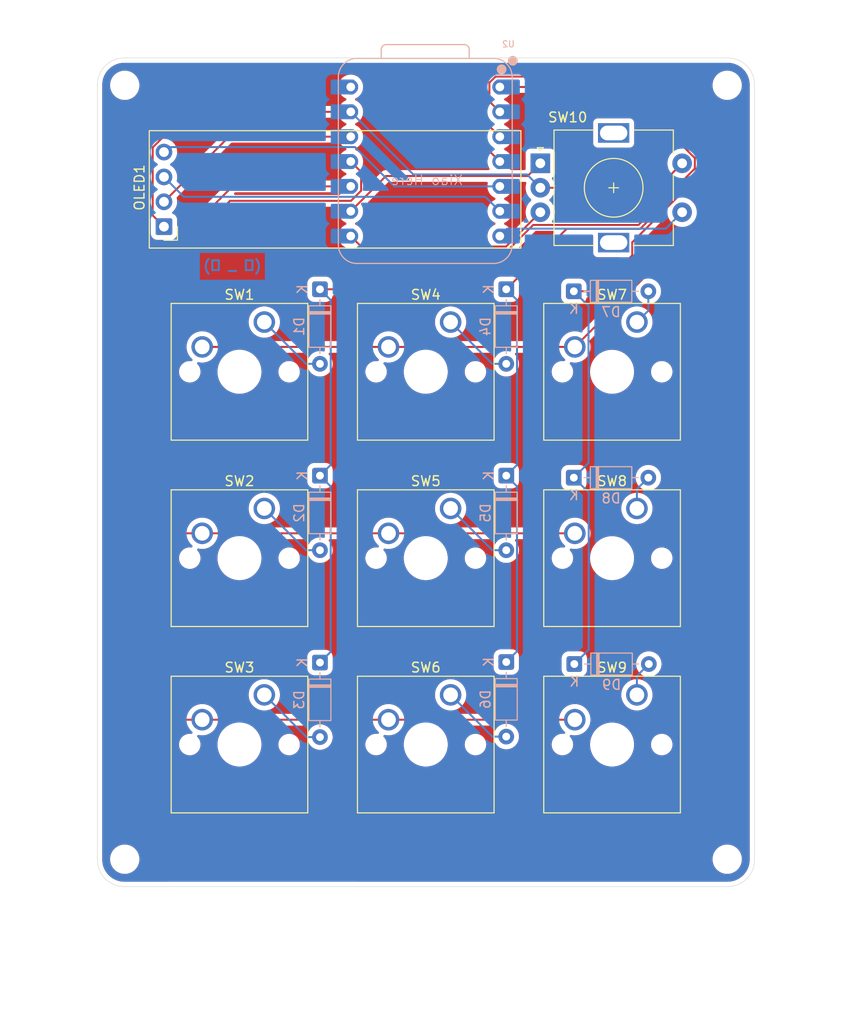
<source format=kicad_pcb>
(kicad_pcb (version 20241229) (generator "pcbnew") (generator_version "9.0")
  (layers (0 "F.Cu" signal) (2 "B.Cu" signal) (13 "F.Paste" user) (15 "B.Paste" user) (5 "F.SilkS" user "F.Silkscreen") (7 "B.SilkS" user "B.Silkscreen") (1 "F.Mask" user) (3 "B.Mask" user) (25 "Edge.Cuts" user))
  (net 0 "")
  (net 1 "GND")
  (net 2 "Net-(D1-A)")
  (net 3 "Net-(D1-K)")
  (net 4 "Net-(D2-A)")
  (net 5 "Net-(D4-A)")
  (net 6 "Net-(D3-A)")
  (net 7 "Net-(D4-K)")
  (net 8 "Net-(D8-A)")
  (net 9 "Net-(OLED1-VCC)")
  (net 10 "Net-(D7-K)")
  (net 11 "Net-(D6-A)")
  (net 12 "Net-(D9-A)")
  (net 13 "Net-(D5-A)")
  (net 14 "Net-(OLED1-SDA)")
  (net 15 "Net-(D7-A)")
  (net 16 "+5V")
  (net 17 "Net-(OLED1-SCL)")
  (net 18 "Net-(U2-GPIO29{slash}ADC3{slash}A3)")
  (net 19 "Net-(U2-GPIO3{slash}MOSI)")
  (net 20 "Net-(U2-GPIO4{slash}MISO)")
  (net 21 "Net-(U2-GPIO0{slash}TX)")
  (net 22 "Net-(U2-GPIO2{slash}SCK)")
  (net 23 "Net-(U2-GPIO1{slash}RX)")
  (footprint "MountingHole:MountingHole_2.5mm" (layer "F.Cu") (at 91.09 105.09)
    (property "Reference" "REF**" (hide yes))
    (property "Value" "MountingHole_2.5mm")
    (pad "" np_thru_hole circle (at 0 0) (size 2.5 2.5) (drill 2.5) (layers "*.Cu" "*.Mask"))
  )
  (footprint "hack:OLED_0.91_128x32" (layer "F.Cu") (at 95.0976 40.4368 90)
    (property "Reference" "OLED1" (at 4 -2.5 90) (layer "F.SilkS"))
    (property "Value" "~")
    (fp_line (start -1.38 0) (end -1.38 1.38) (stroke (width 0.12)) (layer "F.SilkS"))
    (fp_line (start 0 1.38) (end -1.38 1.38) (stroke (width 0.12)) (layer "F.SilkS"))
    (fp_rect (start -2.19 -1.5) (end 9.81 36.5) (stroke (width 0.12)) (fill no) (layer "F.SilkS"))
    (pad "1" thru_hole roundrect (at 0 0 90) (size 1.7 1.7) (drill 1) (layers "*.Cu" "*.Mask") (roundrect_rratio 0.1) (net 1 "GND"))
    (pad "2" thru_hole circle (at 2.54 0 90) (size 1.7 1.7) (drill 1) (layers "*.Cu" "*.Mask") (net 9 "Net-(OLED1-VCC)"))
    (pad "3" thru_hole circle (at 5.08 0 90) (size 1.7 1.7) (drill 1) (layers "*.Cu" "*.Mask") (net 17 "Net-(OLED1-SCL)"))
    (pad "4" thru_hole circle (at 7.62 0 90) (size 1.7 1.7) (drill 1) (layers "*.Cu" "*.Mask") (net 14 "Net-(OLED1-SDA)"))
  )
  (footprint "Rotary_Encoder:RotaryEncoder_Alps_EC11E-Switch_Vertical_H20mm" (layer "F.Cu") (at 133.582 33.9636)
    (property "Reference" "SW10" (at 2.8 -4.7 0) (layer "F.SilkS"))
    (property "Value" "RotaryEncoder_Switch")
    (fp_line (start -0.3 -1.6) (end 0.3 -1.6) (stroke (width 0.12)) (layer "F.SilkS"))
    (fp_line (start 0 -1.3) (end -0.3 -1.6) (stroke (width 0.12)) (layer "F.SilkS"))
    (fp_line (start 0.3 -1.6) (end 0 -1.3) (stroke (width 0.12)) (layer "F.SilkS"))
    (fp_line (start 1.4 -3.4) (end 1.4 8.4) (stroke (width 0.12)) (layer "F.SilkS"))
    (fp_line (start 5.5 -3.4) (end 1.4 -3.4) (stroke (width 0.12)) (layer "F.SilkS"))
    (fp_line (start 5.5 8.4) (end 1.4 8.4) (stroke (width 0.12)) (layer "F.SilkS"))
    (fp_line (start 7 2.5) (end 8 2.5) (stroke (width 0.12)) (layer "F.SilkS"))
    (fp_line (start 7.5 2) (end 7.5 3) (stroke (width 0.12)) (layer "F.SilkS"))
    (fp_line (start 9.5 -3.4) (end 13.6 -3.4) (stroke (width 0.12)) (layer "F.SilkS"))
    (fp_line (start 13.6 -3.4) (end 13.6 -1) (stroke (width 0.12)) (layer "F.SilkS"))
    (fp_line (start 13.6 1.2) (end 13.6 3.8) (stroke (width 0.12)) (layer "F.SilkS"))
    (fp_line (start 13.6 6) (end 13.6 8.4) (stroke (width 0.12)) (layer "F.SilkS"))
    (fp_line (start 13.6 8.4) (end 9.5 8.4) (stroke (width 0.12)) (layer "F.SilkS"))
    (fp_circle (center 7.5 2.5) (end 10.5 2.5) (stroke (width 0.12)) (fill no) (layer "F.SilkS"))
    (pad "A" thru_hole rect (at 0 0) (size 2 2) (drill 1) (layers "*.Cu" "*.Mask") (net 22 "Net-(U2-GPIO2{slash}SCK)"))
    (pad "B" thru_hole circle (at 0 5) (size 2 2) (drill 1) (layers "*.Cu" "*.Mask") (net 23 "Net-(U2-GPIO1{slash}RX)"))
    (pad "C" thru_hole circle (at 0 2.5) (size 2 2) (drill 1) (layers "*.Cu" "*.Mask") (net 1 "GND"))
    (pad "MP" thru_hole rect (at 7.5 -3.1) (size 3.2 2) (drill oval 2.8 1.5) (layers "*.Cu" "*.Mask"))
    (pad "MP" thru_hole rect (at 7.5 8.1) (size 3.2 2) (drill oval 2.8 1.5) (layers "*.Cu" "*.Mask"))
    (pad "S1" thru_hole circle (at 14.5 5) (size 2 2) (drill 1) (layers "*.Cu" "*.Mask") (net 21 "Net-(U2-GPIO0{slash}TX)"))
    (pad "S2" thru_hole circle (at 14.5 0) (size 2 2) (drill 1) (layers "*.Cu" "*.Mask") (net 1 "GND"))
  )
  (footprint "MountingHole:MountingHole_2.5mm" (layer "F.Cu") (at 152.69 25.99)
    (property "Reference" "REF**" (hide yes))
    (property "Value" "MountingHole_2.5mm")
    (pad "" np_thru_hole circle (at 0 0) (size 2.5 2.5) (drill 2.5) (layers "*.Cu" "*.Mask"))
  )
  (footprint "Button_Switch_Keyboard:SW_Cherry_MX_1.00u_PCB" (layer "F.Cu") (at 105.3592 50.1904)
    (property "Reference" "SW1" (at -2.54 -2.794 0) (layer "F.SilkS"))
    (property "Value" "SW_Push")
    (fp_line (start -9.525 -1.905) (end 4.445 -1.905) (stroke (width 0.12)) (layer "F.SilkS"))
    (fp_line (start -9.525 12.065) (end -9.525 -1.905) (stroke (width 0.12)) (layer "F.SilkS"))
    (fp_line (start 4.445 -1.905) (end 4.445 12.065) (stroke (width 0.12)) (layer "F.SilkS"))
    (fp_line (start 4.445 12.065) (end -9.525 12.065) (stroke (width 0.12)) (layer "F.SilkS"))
    (pad "" np_thru_hole circle (at -7.62 5.08) (size 1.7 1.7) (drill 1.7) (layers "*.Cu" "*.Mask"))
    (pad "" np_thru_hole circle (at -2.54 5.08) (size 4 4) (drill 4) (layers "*.Cu" "*.Mask"))
    (pad "" np_thru_hole circle (at 2.54 5.08) (size 1.7 1.7) (drill 1.7) (layers "*.Cu" "*.Mask"))
    (pad "1" thru_hole circle (at 0 0) (size 2.2 2.2) (drill 1.5) (layers "*.Cu" "*.Mask") (net 2 "Net-(D1-A)"))
    (pad "2" thru_hole circle (at -6.35 2.54) (size 2.2 2.2) (drill 1.5) (layers "*.Cu" "*.Mask") (net 18 "Net-(U2-GPIO29{slash}ADC3{slash}A3)"))
  )
  (footprint "Button_Switch_Keyboard:SW_Cherry_MX_1.00u_PCB" (layer "F.Cu") (at 143.4592 50.1904)
    (property "Reference" "SW7" (at -2.54 -2.794 0) (layer "F.SilkS"))
    (property "Value" "SW_Push")
    (fp_line (start -9.525 -1.905) (end 4.445 -1.905) (stroke (width 0.12)) (layer "F.SilkS"))
    (fp_line (start -9.525 12.065) (end -9.525 -1.905) (stroke (width 0.12)) (layer "F.SilkS"))
    (fp_line (start 4.445 -1.905) (end 4.445 12.065) (stroke (width 0.12)) (layer "F.SilkS"))
    (fp_line (start 4.445 12.065) (end -9.525 12.065) (stroke (width 0.12)) (layer "F.SilkS"))
    (pad "" np_thru_hole circle (at -7.62 5.08) (size 1.7 1.7) (drill 1.7) (layers "*.Cu" "*.Mask"))
    (pad "" np_thru_hole circle (at -2.54 5.08) (size 4 4) (drill 4) (layers "*.Cu" "*.Mask"))
    (pad "" np_thru_hole circle (at 2.54 5.08) (size 1.7 1.7) (drill 1.7) (layers "*.Cu" "*.Mask"))
    (pad "1" thru_hole circle (at 0 0) (size 2.2 2.2) (drill 1.5) (layers "*.Cu" "*.Mask") (net 15 "Net-(D7-A)"))
    (pad "2" thru_hole circle (at -6.35 2.54) (size 2.2 2.2) (drill 1.5) (layers "*.Cu" "*.Mask") (net 18 "Net-(U2-GPIO29{slash}ADC3{slash}A3)"))
  )
  (footprint "MountingHole:MountingHole_2.5mm" (layer "F.Cu") (at 91.09 25.99)
    (property "Reference" "REF**" (hide yes))
    (property "Value" "MountingHole_2.5mm")
    (pad "" np_thru_hole circle (at 0 0) (size 2.5 2.5) (drill 2.5) (layers "*.Cu" "*.Mask"))
  )
  (footprint "Button_Switch_Keyboard:SW_Cherry_MX_1.00u_PCB" (layer "F.Cu") (at 124.4092 69.2404)
    (property "Reference" "SW5" (at -2.54 -2.794 0) (layer "F.SilkS"))
    (property "Value" "SW_Push")
    (fp_line (start -9.525 -1.905) (end 4.445 -1.905) (stroke (width 0.12)) (layer "F.SilkS"))
    (fp_line (start -9.525 12.065) (end -9.525 -1.905) (stroke (width 0.12)) (layer "F.SilkS"))
    (fp_line (start 4.445 -1.905) (end 4.445 12.065) (stroke (width 0.12)) (layer "F.SilkS"))
    (fp_line (start 4.445 12.065) (end -9.525 12.065) (stroke (width 0.12)) (layer "F.SilkS"))
    (pad "" np_thru_hole circle (at -7.62 5.08) (size 1.7 1.7) (drill 1.7) (layers "*.Cu" "*.Mask"))
    (pad "" np_thru_hole circle (at -2.54 5.08) (size 4 4) (drill 4) (layers "*.Cu" "*.Mask"))
    (pad "" np_thru_hole circle (at 2.54 5.08) (size 1.7 1.7) (drill 1.7) (layers "*.Cu" "*.Mask"))
    (pad "1" thru_hole circle (at 0 0) (size 2.2 2.2) (drill 1.5) (layers "*.Cu" "*.Mask") (net 13 "Net-(D5-A)"))
    (pad "2" thru_hole circle (at -6.35 2.54) (size 2.2 2.2) (drill 1.5) (layers "*.Cu" "*.Mask") (net 19 "Net-(U2-GPIO3{slash}MOSI)"))
  )
  (footprint "MountingHole:MountingHole_2.5mm" (layer "F.Cu") (at 152.69 105.09)
    (property "Reference" "REF**" (hide yes))
    (property "Value" "MountingHole_2.5mm")
    (pad "" np_thru_hole circle (at 0 0) (size 2.5 2.5) (drill 2.5) (layers "*.Cu" "*.Mask"))
  )
  (footprint "Button_Switch_Keyboard:SW_Cherry_MX_1.00u_PCB" (layer "F.Cu") (at 124.4092 50.1904)
    (property "Reference" "SW4" (at -2.54 -2.794 0) (layer "F.SilkS"))
    (property "Value" "SW_Push")
    (fp_line (start -9.525 -1.905) (end 4.445 -1.905) (stroke (width 0.12)) (layer "F.SilkS"))
    (fp_line (start -9.525 12.065) (end -9.525 -1.905) (stroke (width 0.12)) (layer "F.SilkS"))
    (fp_line (start 4.445 -1.905) (end 4.445 12.065) (stroke (width 0.12)) (layer "F.SilkS"))
    (fp_line (start 4.445 12.065) (end -9.525 12.065) (stroke (width 0.12)) (layer "F.SilkS"))
    (pad "" np_thru_hole circle (at -7.62 5.08) (size 1.7 1.7) (drill 1.7) (layers "*.Cu" "*.Mask"))
    (pad "" np_thru_hole circle (at -2.54 5.08) (size 4 4) (drill 4) (layers "*.Cu" "*.Mask"))
    (pad "" np_thru_hole circle (at 2.54 5.08) (size 1.7 1.7) (drill 1.7) (layers "*.Cu" "*.Mask"))
    (pad "1" thru_hole circle (at 0 0) (size 2.2 2.2) (drill 1.5) (layers "*.Cu" "*.Mask") (net 5 "Net-(D4-A)"))
    (pad "2" thru_hole circle (at -6.35 2.54) (size 2.2 2.2) (drill 1.5) (layers "*.Cu" "*.Mask") (net 18 "Net-(U2-GPIO29{slash}ADC3{slash}A3)"))
  )
  (footprint "Button_Switch_Keyboard:SW_Cherry_MX_1.00u_PCB" (layer "F.Cu") (at 105.3592 69.2404)
    (property "Reference" "SW2" (at -2.54 -2.794 0) (layer "F.SilkS"))
    (property "Value" "SW_Push")
    (fp_line (start -9.525 -1.905) (end 4.445 -1.905) (stroke (width 0.12)) (layer "F.SilkS"))
    (fp_line (start -9.525 12.065) (end -9.525 -1.905) (stroke (width 0.12)) (layer "F.SilkS"))
    (fp_line (start 4.445 -1.905) (end 4.445 12.065) (stroke (width 0.12)) (layer "F.SilkS"))
    (fp_line (start 4.445 12.065) (end -9.525 12.065) (stroke (width 0.12)) (layer "F.SilkS"))
    (pad "" np_thru_hole circle (at -7.62 5.08) (size 1.7 1.7) (drill 1.7) (layers "*.Cu" "*.Mask"))
    (pad "" np_thru_hole circle (at -2.54 5.08) (size 4 4) (drill 4) (layers "*.Cu" "*.Mask"))
    (pad "" np_thru_hole circle (at 2.54 5.08) (size 1.7 1.7) (drill 1.7) (layers "*.Cu" "*.Mask"))
    (pad "1" thru_hole circle (at 0 0) (size 2.2 2.2) (drill 1.5) (layers "*.Cu" "*.Mask") (net 4 "Net-(D2-A)"))
    (pad "2" thru_hole circle (at -6.35 2.54) (size 2.2 2.2) (drill 1.5) (layers "*.Cu" "*.Mask") (net 19 "Net-(U2-GPIO3{slash}MOSI)"))
  )
  (footprint "Button_Switch_Keyboard:SW_Cherry_MX_1.00u_PCB" (layer "F.Cu") (at 143.4592 88.2904)
    (property "Reference" "SW9" (at -2.54 -2.794 0) (layer "F.SilkS"))
    (property "Value" "SW_Push")
    (fp_line (start -9.525 -1.905) (end 4.445 -1.905) (stroke (width 0.12)) (layer "F.SilkS"))
    (fp_line (start -9.525 12.065) (end -9.525 -1.905) (stroke (width 0.12)) (layer "F.SilkS"))
    (fp_line (start 4.445 -1.905) (end 4.445 12.065) (stroke (width 0.12)) (layer "F.SilkS"))
    (fp_line (start 4.445 12.065) (end -9.525 12.065) (stroke (width 0.12)) (layer "F.SilkS"))
    (pad "" np_thru_hole circle (at -7.62 5.08) (size 1.7 1.7) (drill 1.7) (layers "*.Cu" "*.Mask"))
    (pad "" np_thru_hole circle (at -2.54 5.08) (size 4 4) (drill 4) (layers "*.Cu" "*.Mask"))
    (pad "" np_thru_hole circle (at 2.54 5.08) (size 1.7 1.7) (drill 1.7) (layers "*.Cu" "*.Mask"))
    (pad "1" thru_hole circle (at 0 0) (size 2.2 2.2) (drill 1.5) (layers "*.Cu" "*.Mask") (net 12 "Net-(D9-A)"))
    (pad "2" thru_hole circle (at -6.35 2.54) (size 2.2 2.2) (drill 1.5) (layers "*.Cu" "*.Mask") (net 20 "Net-(U2-GPIO4{slash}MISO)"))
  )
  (footprint "Button_Switch_Keyboard:SW_Cherry_MX_1.00u_PCB" (layer "F.Cu") (at 124.4092 88.2904)
    (property "Reference" "SW6" (at -2.54 -2.794 0) (layer "F.SilkS"))
    (property "Value" "SW_Push")
    (fp_line (start -9.525 -1.905) (end 4.445 -1.905) (stroke (width 0.12)) (layer "F.SilkS"))
    (fp_line (start -9.525 12.065) (end -9.525 -1.905) (stroke (width 0.12)) (layer "F.SilkS"))
    (fp_line (start 4.445 -1.905) (end 4.445 12.065) (stroke (width 0.12)) (layer "F.SilkS"))
    (fp_line (start 4.445 12.065) (end -9.525 12.065) (stroke (width 0.12)) (layer "F.SilkS"))
    (pad "" np_thru_hole circle (at -7.62 5.08) (size 1.7 1.7) (drill 1.7) (layers "*.Cu" "*.Mask"))
    (pad "" np_thru_hole circle (at -2.54 5.08) (size 4 4) (drill 4) (layers "*.Cu" "*.Mask"))
    (pad "" np_thru_hole circle (at 2.54 5.08) (size 1.7 1.7) (drill 1.7) (layers "*.Cu" "*.Mask"))
    (pad "1" thru_hole circle (at 0 0) (size 2.2 2.2) (drill 1.5) (layers "*.Cu" "*.Mask") (net 11 "Net-(D6-A)"))
    (pad "2" thru_hole circle (at -6.35 2.54) (size 2.2 2.2) (drill 1.5) (layers "*.Cu" "*.Mask") (net 20 "Net-(U2-GPIO4{slash}MISO)"))
  )
  (footprint "Button_Switch_Keyboard:SW_Cherry_MX_1.00u_PCB" (layer "F.Cu") (at 105.3592 88.2904)
    (property "Reference" "SW3" (at -2.54 -2.794 0) (layer "F.SilkS"))
    (property "Value" "SW_Push")
    (fp_line (start -9.525 -1.905) (end 4.445 -1.905) (stroke (width 0.12)) (layer "F.SilkS"))
    (fp_line (start -9.525 12.065) (end -9.525 -1.905) (stroke (width 0.12)) (layer "F.SilkS"))
    (fp_line (start 4.445 -1.905) (end 4.445 12.065) (stroke (width 0.12)) (layer "F.SilkS"))
    (fp_line (start 4.445 12.065) (end -9.525 12.065) (stroke (width 0.12)) (layer "F.SilkS"))
    (pad "" np_thru_hole circle (at -7.62 5.08) (size 1.7 1.7) (drill 1.7) (layers "*.Cu" "*.Mask"))
    (pad "" np_thru_hole circle (at -2.54 5.08) (size 4 4) (drill 4) (layers "*.Cu" "*.Mask"))
    (pad "" np_thru_hole circle (at 2.54 5.08) (size 1.7 1.7) (drill 1.7) (layers "*.Cu" "*.Mask"))
    (pad "1" thru_hole circle (at 0 0) (size 2.2 2.2) (drill 1.5) (layers "*.Cu" "*.Mask") (net 6 "Net-(D3-A)"))
    (pad "2" thru_hole circle (at -6.35 2.54) (size 2.2 2.2) (drill 1.5) (layers "*.Cu" "*.Mask") (net 20 "Net-(U2-GPIO4{slash}MISO)"))
  )
  (footprint "Button_Switch_Keyboard:SW_Cherry_MX_1.00u_PCB" (layer "F.Cu") (at 143.4592 69.2404)
    (property "Reference" "SW8" (at -2.54 -2.794 0) (layer "F.SilkS"))
    (property "Value" "SW_Push")
    (fp_line (start -9.525 -1.905) (end 4.445 -1.905) (stroke (width 0.12)) (layer "F.SilkS"))
    (fp_line (start -9.525 12.065) (end -9.525 -1.905) (stroke (width 0.12)) (layer "F.SilkS"))
    (fp_line (start 4.445 -1.905) (end 4.445 12.065) (stroke (width 0.12)) (layer "F.SilkS"))
    (fp_line (start 4.445 12.065) (end -9.525 12.065) (stroke (width 0.12)) (layer "F.SilkS"))
    (pad "" np_thru_hole circle (at -7.62 5.08) (size 1.7 1.7) (drill 1.7) (layers "*.Cu" "*.Mask"))
    (pad "" np_thru_hole circle (at -2.54 5.08) (size 4 4) (drill 4) (layers "*.Cu" "*.Mask"))
    (pad "" np_thru_hole circle (at 2.54 5.08) (size 1.7 1.7) (drill 1.7) (layers "*.Cu" "*.Mask"))
    (pad "1" thru_hole circle (at 0 0) (size 2.2 2.2) (drill 1.5) (layers "*.Cu" "*.Mask") (net 8 "Net-(D8-A)"))
    (pad "2" thru_hole circle (at -6.35 2.54) (size 2.2 2.2) (drill 1.5) (layers "*.Cu" "*.Mask") (net 19 "Net-(U2-GPIO3{slash}MOSI)"))
  )
  (footprint "hack:XIAO-RP2040-DIP" (layer "B.Cu") (at 121.8184 33.782 180)
    (property "Reference" "U2" (at -8.5 12 0) (layer "B.SilkS") (effects (font (size 0.635 0.635) (thickness 0.1016)) (justify mirror)))
    (property "Value" "XIAO-RP2040-DIP")
    (fp_line (start 8.89 -8.509) (end 8.89 8.636) (stroke (width 0.127)) (layer "B.SilkS"))
    (fp_line (start 6.985 10.541) (end -6.985 10.541) (stroke (width 0.1)) (layer "B.SilkS"))
    (fp_line (start 6.985 10.541) (end -6.985 10.541) (stroke (width 0.127)) (layer "B.SilkS"))
    (fp_line (start 4.504 11.451) (end 4.504 10.541) (stroke (width 0.127)) (layer "B.SilkS"))
    (fp_line (start -3.991272 11.951) (end 4.004 11.951) (stroke (width 0.127)) (layer "B.SilkS"))
    (fp_line (start -4.495 10.541) (end -4.491272 11.451272) (stroke (width 0.127)) (layer "B.SilkS"))
    (fp_line (start -6.985 -10.414) (end 6.985 -10.414) (stroke (width 0.127)) (layer "B.SilkS"))
    (fp_line (start -8.89 -8.509) (end -8.89 8.636) (stroke (width 0.127)) (layer "B.SilkS"))
    (fp_arc (start 8.89 8.636) (mid 8.332038 9.983038) (end 6.985 10.541) (stroke (width 0.127)) (layer "B.SilkS"))
    (fp_arc (start 6.985 -10.414) (mid 8.332038 -9.856038) (end 8.89 -8.509) (stroke (width 0.127)) (layer "B.SilkS"))
    (fp_arc (start 4.504 11.451) (mid 4.357553 11.804553) (end 4.004 11.951) (stroke (width 0.127)) (layer "B.SilkS"))
    (fp_arc (start -3.991272 11.951) (mid -4.344724 11.804644) (end -4.491272 11.451272) (stroke (width 0.127)) (layer "B.SilkS"))
    (fp_arc (start -6.985 10.541) (mid -8.332038 9.983038) (end -8.89 8.636) (stroke (width 0.127)) (layer "B.SilkS"))
    (fp_arc (start -8.89 -8.509) (mid -8.332038 -9.856038) (end -6.985 -10.414) (stroke (width 0.127)) (layer "B.SilkS"))
    (fp_circle (center -7.807 9.42) (end -7.807 9.674) (stroke (width 0.5)) (fill yes) (layer "B.SilkS"))
    (fp_circle (center -8.95 10.3) (end -8.95 10.554) (stroke (width 0.5)) (fill yes) (layer "B.SilkS"))
    (pad "1" smd roundrect (at -8.455 7.62) (size 2.432 1.524) (layers "B.Cu" "B.Mask") (roundrect_rratio 0.1) (net 3 "Net-(D1-K)"))
    (pad "1" thru_hole circle (at -7.62 7.62) (size 1.524 1.524) (drill 0.889) (layers "*.Cu" "*.Mask") (net 3 "Net-(D1-K)"))
    (pad "2" smd roundrect (at -8.455 5.08) (size 2.432 1.524) (layers "B.Cu" "B.Mask") (roundrect_rratio 0.1) (net 7 "Net-(D4-K)"))
    (pad "2" thru_hole circle (at -7.62 5.08) (size 1.524 1.524) (drill 0.889) (layers "*.Cu" "*.Mask") (net 7 "Net-(D4-K)"))
    (pad "3" smd roundrect (at -8.455 2.54) (size 2.432 1.524) (layers "B.Cu" "B.Mask") (roundrect_rratio 0.1) (net 10 "Net-(D7-K)"))
    (pad "3" thru_hole circle (at -7.62 2.54) (size 1.524 1.524) (drill 0.889) (layers "*.Cu" "*.Mask") (net 10 "Net-(D7-K)"))
    (pad "4" smd roundrect (at -8.455 0) (size 2.432 1.524) (layers "B.Cu" "B.Mask") (roundrect_rratio 0.1) (net 18 "Net-(U2-GPIO29{slash}ADC3{slash}A3)"))
    (pad "4" thru_hole circle (at -7.62 0) (size 1.524 1.524) (drill 0.889) (layers "*.Cu" "*.Mask") (net 18 "Net-(U2-GPIO29{slash}ADC3{slash}A3)"))
    (pad "5" smd roundrect (at -8.455 -2.54) (size 2.432 1.524) (layers "B.Cu" "B.Mask") (roundrect_rratio 0.1) (net 14 "Net-(OLED1-SDA)"))
    (pad "5" thru_hole circle (at -7.62 -2.54) (size 1.524 1.524) (drill 0.889) (layers "*.Cu" "*.Mask") (net 14 "Net-(OLED1-SDA)"))
    (pad "6" smd roundrect (at -8.455 -5.08) (size 2.432 1.524) (layers "B.Cu" "B.Mask") (roundrect_rratio 0.1) (net 17 "Net-(OLED1-SCL)"))
    (pad "6" thru_hole circle (at -7.62 -5.08) (size 1.524 1.524) (drill 0.889) (layers "*.Cu" "*.Mask") (net 17 "Net-(OLED1-SCL)"))
    (pad "7" smd roundrect (at -8.455 -7.62) (size 2.432 1.524) (layers "B.Cu" "B.Mask") (roundrect_rratio 0.1) (net 21 "Net-(U2-GPIO0{slash}TX)"))
    (pad "7" thru_hole circle (at -7.62 -7.62) (size 1.524 1.524) (drill 0.889) (layers "*.Cu" "*.Mask") (net 21 "Net-(U2-GPIO0{slash}TX)"))
    (pad "8" thru_hole circle (at 7.62 -7.62 180) (size 1.524 1.524) (drill 0.889) (layers "*.Cu" "*.Mask") (net 23 "Net-(U2-GPIO1{slash}RX)"))
    (pad "8" smd roundrect (at 8.455 -7.62 180) (size 2.432 1.524) (layers "B.Cu" "B.Mask") (roundrect_rratio 0.1) (net 23 "Net-(U2-GPIO1{slash}RX)"))
    (pad "9" thru_hole circle (at 7.62 -5.08 180) (size 1.524 1.524) (drill 0.889) (layers "*.Cu" "*.Mask") (net 22 "Net-(U2-GPIO2{slash}SCK)"))
    (pad "9" smd roundrect (at 8.455 -5.08 180) (size 2.432 1.524) (layers "B.Cu" "B.Mask") (roundrect_rratio 0.1) (net 22 "Net-(U2-GPIO2{slash}SCK)"))
    (pad "10" thru_hole circle (at 7.62 -2.54 180) (size 1.524 1.524) (drill 0.889) (layers "*.Cu" "*.Mask") (net 20 "Net-(U2-GPIO4{slash}MISO)"))
    (pad "10" smd roundrect (at 8.455 -2.54 180) (size 2.432 1.524) (layers "B.Cu" "B.Mask") (roundrect_rratio 0.1) (net 20 "Net-(U2-GPIO4{slash}MISO)"))
    (pad "11" thru_hole circle (at 7.62 0 180) (size 1.524 1.524) (drill 0.889) (layers "*.Cu" "*.Mask") (net 19 "Net-(U2-GPIO3{slash}MOSI)"))
    (pad "11" smd roundrect (at 8.455 0 180) (size 2.432 1.524) (layers "B.Cu" "B.Mask") (roundrect_rratio 0.1) (net 19 "Net-(U2-GPIO3{slash}MOSI)"))
    (pad "12" thru_hole circle (at 7.62 2.54 180) (size 1.524 1.524) (drill 0.889) (layers "*.Cu" "*.Mask") (net 9 "Net-(OLED1-VCC)"))
    (pad "12" smd roundrect (at 8.455 2.54 180) (size 2.432 1.524) (layers "B.Cu" "B.Mask") (roundrect_rratio 0.1) (net 9 "Net-(OLED1-VCC)"))
    (pad "13" thru_hole circle (at 7.62 5.08 180) (size 1.524 1.524) (drill 0.889) (layers "*.Cu" "*.Mask") (net 1 "GND"))
    (pad "13" smd roundrect (at 8.455 5.08 180) (size 2.432 1.524) (layers "B.Cu" "B.Mask") (roundrect_rratio 0.1) (net 1 "GND"))
    (pad "14" thru_hole circle (at 7.62 7.62 180) (size 1.524 1.524) (drill 0.889) (layers "*.Cu" "*.Mask") (net 16 "+5V"))
    (pad "14" smd roundrect (at 8.455 7.62 180) (size 2.432 1.524) (layers "B.Cu" "B.Mask") (roundrect_rratio 0.1) (net 16 "+5V"))
  )
  (footprint "Diode_THT:D_DO-35_SOD27_P7.62mm_Horizontal" (layer "B.Cu") (at 130.0988 46.8376 -90)
    (property "Reference" "D4" (at 3.81 2.12 90) (layer "B.SilkS") (effects (justify mirror)))
    (property "Value" "1N4148")
    (fp_line (start 2.29 1.12) (end 2.29 -1.12) (stroke (width 0.12)) (layer "B.SilkS"))
    (fp_line (start 2.41 1.12) (end 2.41 -1.12) (stroke (width 0.12)) (layer "B.SilkS"))
    (fp_line (start 2.53 1.12) (end 2.53 -1.12) (stroke (width 0.12)) (layer "B.SilkS"))
    (fp_line (start 1.04 0) (end 1.69 0) (stroke (width 0.12)) (layer "B.SilkS"))
    (fp_line (start 6.58 0) (end 5.93 0) (stroke (width 0.12)) (layer "B.SilkS"))
    (fp_rect (start 1.69 1.12) (end 5.93 -1.12) (stroke (width 0.12)) (fill no) (layer "B.SilkS"))
    (fp_text user "K" (at 0 1.8 90) (layer "B.SilkS") (effects (justify mirror)))
    (pad "1" thru_hole roundrect (at 0 0 270) (size 1.6 1.6) (drill 0.8) (layers "*.Cu" "*.Mask") (roundrect_rratio 0.15625) (net 7 "Net-(D4-K)"))
    (pad "2" thru_hole circle (at 7.62 0 270) (size 1.6 1.6) (drill 0.8) (layers "*.Cu" "*.Mask") (net 5 "Net-(D4-A)"))
  )
  (footprint "Diode_THT:D_DO-35_SOD27_P7.62mm_Horizontal" (layer "B.Cu") (at 137.0584 85.1408)
    (property "Reference" "D9" (at 3.81 2.12 0) (layer "B.SilkS") (effects (justify mirror)))
    (property "Value" "1N4148")
    (fp_line (start 1.04 0) (end 1.69 0) (stroke (width 0.12)) (layer "B.SilkS"))
    (fp_line (start 2.29 1.12) (end 2.29 -1.12) (stroke (width 0.12)) (layer "B.SilkS"))
    (fp_line (start 2.41 1.12) (end 2.41 -1.12) (stroke (width 0.12)) (layer "B.SilkS"))
    (fp_line (start 2.53 1.12) (end 2.53 -1.12) (stroke (width 0.12)) (layer "B.SilkS"))
    (fp_line (start 6.58 0) (end 5.93 0) (stroke (width 0.12)) (layer "B.SilkS"))
    (fp_rect (start 1.69 1.12) (end 5.93 -1.12) (stroke (width 0.12)) (fill no) (layer "B.SilkS"))
    (fp_text user "K" (at 0 1.8 0) (layer "B.SilkS") (effects (justify mirror)))
    (pad "1" thru_hole roundrect (at 0 0) (size 1.6 1.6) (drill 0.8) (layers "*.Cu" "*.Mask") (roundrect_rratio 0.15625) (net 10 "Net-(D7-K)"))
    (pad "2" thru_hole circle (at 7.62 0) (size 1.6 1.6) (drill 0.8) (layers "*.Cu" "*.Mask") (net 12 "Net-(D9-A)"))
  )
  (footprint "Diode_THT:D_DO-35_SOD27_P7.62mm_Horizontal" (layer "B.Cu") (at 137.0076 66.0908)
    (property "Reference" "D8" (at 3.81 2.12 0) (layer "B.SilkS") (effects (justify mirror)))
    (property "Value" "1N4148")
    (fp_line (start 1.04 0) (end 1.69 0) (stroke (width 0.12)) (layer "B.SilkS"))
    (fp_line (start 2.29 1.12) (end 2.29 -1.12) (stroke (width 0.12)) (layer "B.SilkS"))
    (fp_line (start 2.41 1.12) (end 2.41 -1.12) (stroke (width 0.12)) (layer "B.SilkS"))
    (fp_line (start 2.53 1.12) (end 2.53 -1.12) (stroke (width 0.12)) (layer "B.SilkS"))
    (fp_line (start 6.58 0) (end 5.93 0) (stroke (width 0.12)) (layer "B.SilkS"))
    (fp_rect (start 1.69 1.12) (end 5.93 -1.12) (stroke (width 0.12)) (fill no) (layer "B.SilkS"))
    (fp_text user "K" (at 0 1.8 0) (layer "B.SilkS") (effects (justify mirror)))
    (pad "1" thru_hole roundrect (at 0 0) (size 1.6 1.6) (drill 0.8) (layers "*.Cu" "*.Mask") (roundrect_rratio 0.15625) (net 10 "Net-(D7-K)"))
    (pad "2" thru_hole circle (at 7.62 0) (size 1.6 1.6) (drill 0.8) (layers "*.Cu" "*.Mask") (net 8 "Net-(D8-A)"))
  )
  (footprint "Diode_THT:D_DO-35_SOD27_P7.62mm_Horizontal" (layer "B.Cu") (at 111.0488 84.9884 -90)
    (property "Reference" "D3" (at 3.81 2.12 90) (layer "B.SilkS") (effects (justify mirror)))
    (property "Value" "1N4148")
    (fp_line (start 2.29 1.12) (end 2.29 -1.12) (stroke (width 0.12)) (layer "B.SilkS"))
    (fp_line (start 2.41 1.12) (end 2.41 -1.12) (stroke (width 0.12)) (layer "B.SilkS"))
    (fp_line (start 2.53 1.12) (end 2.53 -1.12) (stroke (width 0.12)) (layer "B.SilkS"))
    (fp_line (start 1.04 0) (end 1.69 0) (stroke (width 0.12)) (layer "B.SilkS"))
    (fp_line (start 6.58 0) (end 5.93 0) (stroke (width 0.12)) (layer "B.SilkS"))
    (fp_rect (start 1.69 1.12) (end 5.93 -1.12) (stroke (width 0.12)) (fill no) (layer "B.SilkS"))
    (fp_text user "K" (at 0 1.8 90) (layer "B.SilkS") (effects (justify mirror)))
    (pad "1" thru_hole roundrect (at 0 0 270) (size 1.6 1.6) (drill 0.8) (layers "*.Cu" "*.Mask") (roundrect_rratio 0.15625) (net 3 "Net-(D1-K)"))
    (pad "2" thru_hole circle (at 7.62 0 270) (size 1.6 1.6) (drill 0.8) (layers "*.Cu" "*.Mask") (net 6 "Net-(D3-A)"))
  )
  (footprint "Diode_THT:D_DO-35_SOD27_P7.62mm_Horizontal" (layer "B.Cu") (at 130.0988 84.9376 -90)
    (property "Reference" "D6" (at 3.81 2.12 90) (layer "B.SilkS") (effects (justify mirror)))
    (property "Value" "1N4148")
    (fp_line (start 2.29 1.12) (end 2.29 -1.12) (stroke (width 0.12)) (layer "B.SilkS"))
    (fp_line (start 2.41 1.12) (end 2.41 -1.12) (stroke (width 0.12)) (layer "B.SilkS"))
    (fp_line (start 2.53 1.12) (end 2.53 -1.12) (stroke (width 0.12)) (layer "B.SilkS"))
    (fp_line (start 1.04 0) (end 1.69 0) (stroke (width 0.12)) (layer "B.SilkS"))
    (fp_line (start 6.58 0) (end 5.93 0) (stroke (width 0.12)) (layer "B.SilkS"))
    (fp_rect (start 1.69 1.12) (end 5.93 -1.12) (stroke (width 0.12)) (fill no) (layer "B.SilkS"))
    (fp_text user "K" (at 0 1.8 90) (layer "B.SilkS") (effects (justify mirror)))
    (pad "1" thru_hole roundrect (at 0 0 270) (size 1.6 1.6) (drill 0.8) (layers "*.Cu" "*.Mask") (roundrect_rratio 0.15625) (net 7 "Net-(D4-K)"))
    (pad "2" thru_hole circle (at 7.62 0 270) (size 1.6 1.6) (drill 0.8) (layers "*.Cu" "*.Mask") (net 11 "Net-(D6-A)"))
  )
  (footprint "Diode_THT:D_DO-35_SOD27_P7.62mm_Horizontal" (layer "B.Cu") (at 137.0076 47.0408)
    (property "Reference" "D7" (at 3.81 2.12 0) (layer "B.SilkS") (effects (justify mirror)))
    (property "Value" "1N4148")
    (fp_line (start 1.04 0) (end 1.69 0) (stroke (width 0.12)) (layer "B.SilkS"))
    (fp_line (start 2.29 1.12) (end 2.29 -1.12) (stroke (width 0.12)) (layer "B.SilkS"))
    (fp_line (start 2.41 1.12) (end 2.41 -1.12) (stroke (width 0.12)) (layer "B.SilkS"))
    (fp_line (start 2.53 1.12) (end 2.53 -1.12) (stroke (width 0.12)) (layer "B.SilkS"))
    (fp_line (start 6.58 0) (end 5.93 0) (stroke (width 0.12)) (layer "B.SilkS"))
    (fp_rect (start 1.69 1.12) (end 5.93 -1.12) (stroke (width 0.12)) (fill no) (layer "B.SilkS"))
    (fp_text user "K" (at 0 1.8 0) (layer "B.SilkS") (effects (justify mirror)))
    (pad "1" thru_hole roundrect (at 0 0) (size 1.6 1.6) (drill 0.8) (layers "*.Cu" "*.Mask") (roundrect_rratio 0.15625) (net 10 "Net-(D7-K)"))
    (pad "2" thru_hole circle (at 7.62 0) (size 1.6 1.6) (drill 0.8) (layers "*.Cu" "*.Mask") (net 15 "Net-(D7-A)"))
  )
  (footprint "Diode_THT:D_DO-35_SOD27_P7.62mm_Horizontal" (layer "B.Cu") (at 130.0988 65.8876 -90)
    (property "Reference" "D5" (at 3.81 2.12 90) (layer "B.SilkS") (effects (justify mirror)))
    (property "Value" "1N4148")
    (fp_line (start 2.29 1.12) (end 2.29 -1.12) (stroke (width 0.12)) (layer "B.SilkS"))
    (fp_line (start 2.41 1.12) (end 2.41 -1.12) (stroke (width 0.12)) (layer "B.SilkS"))
    (fp_line (start 2.53 1.12) (end 2.53 -1.12) (stroke (width 0.12)) (layer "B.SilkS"))
    (fp_line (start 1.04 0) (end 1.69 0) (stroke (width 0.12)) (layer "B.SilkS"))
    (fp_line (start 6.58 0) (end 5.93 0) (stroke (width 0.12)) (layer "B.SilkS"))
    (fp_rect (start 1.69 1.12) (end 5.93 -1.12) (stroke (width 0.12)) (fill no) (layer "B.SilkS"))
    (fp_text user "K" (at 0 1.8 90) (layer "B.SilkS") (effects (justify mirror)))
    (pad "1" thru_hole roundrect (at 0 0 270) (size 1.6 1.6) (drill 0.8) (layers "*.Cu" "*.Mask") (roundrect_rratio 0.15625) (net 7 "Net-(D4-K)"))
    (pad "2" thru_hole circle (at 7.62 0 270) (size 1.6 1.6) (drill 0.8) (layers "*.Cu" "*.Mask") (net 13 "Net-(D5-A)"))
  )
  (footprint "Diode_THT:D_DO-35_SOD27_P7.62mm_Horizontal" (layer "B.Cu") (at 111.0488 65.8876 -90)
    (property "Reference" "D2" (at 3.81 2.12 90) (layer "B.SilkS") (effects (justify mirror)))
    (property "Value" "1N4148")
    (fp_line (start 2.29 1.12) (end 2.29 -1.12) (stroke (width 0.12)) (layer "B.SilkS"))
    (fp_line (start 2.41 1.12) (end 2.41 -1.12) (stroke (width 0.12)) (layer "B.SilkS"))
    (fp_line (start 2.53 1.12) (end 2.53 -1.12) (stroke (width 0.12)) (layer "B.SilkS"))
    (fp_line (start 1.04 0) (end 1.69 0) (stroke (width 0.12)) (layer "B.SilkS"))
    (fp_line (start 6.58 0) (end 5.93 0) (stroke (width 0.12)) (layer "B.SilkS"))
    (fp_rect (start 1.69 1.12) (end 5.93 -1.12) (stroke (width 0.12)) (fill no) (layer "B.SilkS"))
    (fp_text user "K" (at 0 1.8 90) (layer "B.SilkS") (effects (justify mirror)))
    (pad "1" thru_hole roundrect (at 0 0 270) (size 1.6 1.6) (drill 0.8) (layers "*.Cu" "*.Mask") (roundrect_rratio 0.15625) (net 3 "Net-(D1-K)"))
    (pad "2" thru_hole circle (at 7.62 0 270) (size 1.6 1.6) (drill 0.8) (layers "*.Cu" "*.Mask") (net 4 "Net-(D2-A)"))
  )
  (footprint "Diode_THT:D_DO-35_SOD27_P7.62mm_Horizontal" (layer "B.Cu") (at 111.0488 46.8376 -90)
    (property "Reference" "D1" (at 3.81 2.12 90) (layer "B.SilkS") (effects (justify mirror)))
    (property "Value" "1N4148")
    (fp_line (start 2.29 1.12) (end 2.29 -1.12) (stroke (width 0.12)) (layer "B.SilkS"))
    (fp_line (start 2.41 1.12) (end 2.41 -1.12) (stroke (width 0.12)) (layer "B.SilkS"))
    (fp_line (start 2.53 1.12) (end 2.53 -1.12) (stroke (width 0.12)) (layer "B.SilkS"))
    (fp_line (start 1.04 0) (end 1.69 0) (stroke (width 0.12)) (layer "B.SilkS"))
    (fp_line (start 6.58 0) (end 5.93 0) (stroke (width 0.12)) (layer "B.SilkS"))
    (fp_rect (start 1.69 1.12) (end 5.93 -1.12) (stroke (width 0.12)) (fill no) (layer "B.SilkS"))
    (fp_text user "K" (at 0 1.8 90) (layer "B.SilkS") (effects (justify mirror)))
    (pad "1" thru_hole roundrect (at 0 0 270) (size 1.6 1.6) (drill 0.8) (layers "*.Cu" "*.Mask") (roundrect_rratio 0.15625) (net 3 "Net-(D1-K)"))
    (pad "2" thru_hole circle (at 7.62 0 270) (size 1.6 1.6) (drill 0.8) (layers "*.Cu" "*.Mask") (net 2 "Net-(D1-A)"))
  )
  (gr_line (start 152.74 107.89) (end 91.04 107.89) (stroke (width 0.05)) (layer "Edge.Cuts"))
  (gr_arc (start 155.49 105.14) (mid 154.684544 107.084544) (end 152.74 107.89) (stroke (width 0.05)) (layer "Edge.Cuts"))
  (gr_line (start 88.29 105.14) (end 88.29 25.94) (stroke (width 0.05)) (layer "Edge.Cuts"))
  (gr_line (start 91.04 23.19) (end 152.74 23.19) (stroke (width 0.05)) (layer "Edge.Cuts"))
  (gr_arc (start 88.29 25.94) (mid 89.095456 23.995456) (end 91.04 23.19) (stroke (width 0.05)) (layer "Edge.Cuts"))
  (gr_line (start 155.49 25.94) (end 155.49 105.14) (stroke (width 0.05)) (layer "Edge.Cuts"))
  (gr_arc (start 152.74 23.19) (mid 154.684544 23.995456) (end 155.49 25.94) (stroke (width 0.05)) (layer "Edge.Cuts"))
  (gr_arc (start 91.04 107.89) (mid 89.095456 107.084544) (end 88.29 105.14) (stroke (width 0.05)) (layer "Edge.Cuts"))
  (gr_text "01001000011000010111001001110011011010000110100101101100" (at 91.09 94.3356 90) (layer "F.Cu") (effects (font (size 1 1) (thickness 0.2) (bold yes)) (justify left bottom)))
  (gr_text "Made By Harshil" (at 95.7072 106.2228 0) (layer "F.Cu") (effects (font (size 1.5 1.5) (thickness 0.25) (bold yes)) (justify left bottom)))
  (gr_text "You Lost The Game" (at 96.5708 26.5176 0) (layer "F.Cu") (effects (font (size 0.9 0.9) (thickness 0.19) (bold yes)) (justify left bottom)))
  (gr_text "01001000011000010111001001110011011010000110100101101100" (at 152.7556 40.4368 270) (layer "F.Cu") (effects (font (size 1 1) (thickness 0.2) (bold yes)) (justify left bottom)))
  (gr_text "(ㆆ _ ㆆ)" (at 99.0092 45.0088 0) (layer "B.Cu") (effects (font (size 1 1) (thickness 0.2) (bold yes)) (justify left bottom)))
  (gr_text "Xiao Here\n" (at 125.73 36.2712 0) (layer "B.SilkS") (effects (font (size 1 1) (thickness 0.1)) (justify left bottom mirror)))
  (segment (start 95.0976 40.4368) (end 93.9466 39.2858) (width 0.2) (layer "F.Cu") (net 1))
  (segment (start 148.082 33.9636) (end 145.582 36.4636) (width 0.2) (layer "F.Cu") (net 1))
  (segment (start 93.9466 32.34004) (end 97.58464 28.702) (width 0.2) (layer "F.Cu") (net 1))
  (segment (start 97.58464 28.702) (end 114.1984 28.702) (width 0.2) (layer "F.Cu") (net 1))
  (segment (start 145.582 36.4636) (end 133.582 36.4636) (width 0.2) (layer "F.Cu") (net 1))
  (segment (start 93.9466 39.2858) (end 93.9466 32.34004) (width 0.2) (layer "F.Cu") (net 1))
  (segment (start 120.5992 35.1028) (end 132.2212 35.1028) (width 0.2) (layer "B.Cu") (net 1))
  (segment (start 132.2212 35.1028) (end 133.582 36.4636) (width 0.2) (layer "B.Cu") (net 1))
  (segment (start 114.1984 28.702) (end 120.5992 35.1028) (width 0.2) (layer "B.Cu") (net 1))
  (segment (start 109.6264 54.4576) (end 111.0488 54.4576) (width 0.2) (layer "B.Cu") (net 2))
  (segment (start 105.3592 50.1904) (end 109.6264 54.4576) (width 0.2) (layer "B.Cu") (net 2))
  (segment (start 149.383 33.424708) (end 149.383 34.502492) (width 0.2) (layer "F.Cu") (net 3))
  (segment (start 132.8481 40.2646) (end 126.2751 46.8376) (width 0.2) (layer "F.Cu") (net 3))
  (segment (start 129.4384 26.162) (end 142.120292 26.162) (width 0.2) (layer "F.Cu") (net 3))
  (segment (start 143.620892 40.2646) (end 132.8481 40.2646) (width 0.2) (layer "F.Cu") (net 3))
  (segment (start 149.383 34.502492) (end 143.620892 40.2646) (width 0.2) (layer "F.Cu") (net 3))
  (segment (start 142.120292 26.162) (end 149.383 33.424708) (width 0.2) (layer "F.Cu") (net 3))
  (segment (start 126.2751 46.8376) (end 111.0488 46.8376) (width 0.2) (layer "F.Cu") (net 3))
  (segment (start 112.1498 66.9886) (end 112.1498 83.8874) (width 0.2) (layer "B.Cu") (net 3))
  (segment (start 111.0488 46.8376) (end 112.1498 47.9386) (width 0.2) (layer "B.Cu") (net 3))
  (segment (start 112.1498 64.7866) (end 111.0488 65.8876) (width 0.2) (layer "B.Cu") (net 3))
  (segment (start 112.1498 83.8874) (end 111.0488 84.9884) (width 0.2) (layer "B.Cu") (net 3))
  (segment (start 111.0488 65.8876) (end 112.1498 66.9886) (width 0.2) (layer "B.Cu") (net 3))
  (segment (start 112.1498 47.9386) (end 112.1498 64.7866) (width 0.2) (layer "B.Cu") (net 3))
  (segment (start 105.38 69.21) (end 105.57 69.21) (width 0.2) (layer "F.Cu") (net 4))
  (segment (start 105.3592 69.2404) (end 109.6264 73.5076) (width 0.2) (layer "B.Cu") (net 4))
  (segment (start 109.6264 73.5076) (end 111.0488 73.5076) (width 0.2) (layer "B.Cu") (net 4))
  (segment (start 128.6764 54.4576) (end 130.0988 54.4576) (width 0.2) (layer "B.Cu") (net 5))
  (segment (start 124.4092 50.1904) (end 128.6764 54.4576) (width 0.2) (layer "B.Cu") (net 5))
  (segment (start 105.3592 88.2904) (end 109.6772 92.6084) (width 0.2) (layer "B.Cu") (net 6))
  (segment (start 109.6772 92.6084) (end 111.0488 92.6084) (width 0.2) (layer "B.Cu") (net 6))
  (segment (start 128.99809 25.099) (end 141.624392 25.099) (width 0.2) (layer "F.Cu") (net 7))
  (segment (start 141.624392 25.099) (end 149.784 33.258608) (width 0.2) (layer "F.Cu") (net 7))
  (segment (start 128.3754 25.72169) (end 128.99809 25.099) (width 0.2) (layer "F.Cu") (net 7))
  (segment (start 128.3754 27.639) (end 128.3754 25.72169) (width 0.2) (layer "F.Cu") (net 7))
  (segment (start 149.784 34.668592) (end 143.786992 40.6656) (width 0.2) (layer "F.Cu") (net 7))
  (segment (start 136.2708 40.6656) (end 130.0988 46.8376) (width 0.2) (layer "F.Cu") (net 7))
  (segment (start 149.784 33.258608) (end 149.784 34.668592) (width 0.2) (layer "F.Cu") (net 7))
  (segment (start 143.786992 40.6656) (end 136.2708 40.6656) (width 0.2) (layer "F.Cu") (net 7))
  (segment (start 129.4384 28.702) (end 128.3754 27.639) (width 0.2) (layer "F.Cu") (net 7))
  (segment (start 131.1998 64.7866) (end 130.0988 65.8876) (width 0.2) (layer "B.Cu") (net 7))
  (segment (start 130.0988 46.8376) (end 131.1998 47.9386) (width 0.2) (layer "B.Cu") (net 7))
  (segment (start 131.1998 47.9386) (end 131.1998 64.7866) (width 0.2) (layer "B.Cu") (net 7))
  (segment (start 130.0988 65.8876) (end 131.1998 66.9886) (width 0.2) (layer "B.Cu") (net 7))
  (segment (start 131.1998 83.8366) (end 130.0988 84.9376) (width 0.2) (layer "B.Cu") (net 7))
  (segment (start 131.1998 66.9886) (end 131.1998 83.8366) (width 0.2) (layer "B.Cu") (net 7))
  (segment (start 143.4592 67.2592) (end 144.6276 66.0908) (width 0.2) (layer "B.Cu") (net 8))
  (segment (start 143.4592 69.2404) (end 143.4592 67.2592) (width 0.2) (layer "B.Cu") (net 8))
  (segment (start 101.7524 31.242) (end 114.1984 31.242) (width 0.2) (layer "F.Cu") (net 9))
  (segment (start 95.0976 37.8968) (end 101.7524 31.242) (width 0.2) (layer "F.Cu") (net 9))
  (segment (start 141.790492 24.698) (end 150.185 33.092508) (width 0.2) (layer "F.Cu") (net 10))
  (segment (start 142.983 43.3646) (end 139.3068 47.0408) (width 0.2) (layer "F.Cu") (net 10))
  (segment (start 127.9744 29.778) (end 127.9744 25.55559) (width 0.2) (layer "F.Cu") (net 10))
  (segment (start 150.185 33.092508) (end 150.185 34.834692) (width 0.2) (layer "F.Cu") (net 10))
  (segment (start 129.4384 31.242) (end 127.9744 29.778) (width 0.2) (layer "F.Cu") (net 10))
  (segment (start 139.3068 47.0408) (end 137.0076 47.0408) (width 0.2) (layer "F.Cu") (net 10))
  (segment (start 128.83199 24.698) (end 141.790492 24.698) (width 0.2) (layer "F.Cu") (net 10))
  (segment (start 150.185 34.834692) (end 142.983 42.036692) (width 0.2) (layer "F.Cu") (net 10))
  (segment (start 127.9744 25.55559) (end 128.83199 24.698) (width 0.2) (layer "F.Cu") (net 10))
  (segment (start 142.983 42.036692) (end 142.983 43.3646) (width 0.2) (layer "F.Cu") (net 10))
  (segment (start 138.5102 64.5882) (end 137.0076 66.0908) (width 0.2) (layer "B.Cu") (net 10))
  (segment (start 138.5316 67.6148) (end 138.5316 83.6676) (width 0.2) (layer "B.Cu") (net 10))
  (segment (start 137.0076 47.0408) (end 138.5102 48.5434) (width 0.2) (layer "B.Cu") (net 10))
  (segment (start 137.0076 66.0908) (end 138.5316 67.6148) (width 0.2) (layer "B.Cu") (net 10))
  (segment (start 138.5316 83.6676) (end 137.0584 85.1408) (width 0.2) (layer "B.Cu") (net 10))
  (segment (start 138.5102 48.5434) (end 138.5102 64.5882) (width 0.2) (layer "B.Cu") (net 10))
  (segment (start 124.4092 88.2904) (end 128.6764 92.5576) (width 0.2) (layer "B.Cu") (net 11))
  (segment (start 128.6764 92.5576) (end 130.0988 92.5576) (width 0.2) (layer "B.Cu") (net 11))
  (segment (start 143.4592 86.36) (end 144.6784 85.1408) (width 0.2) (layer "B.Cu") (net 12))
  (segment (start 143.4592 88.2904) (end 143.4592 86.36) (width 0.2) (layer "B.Cu") (net 12))
  (segment (start 128.6764 73.5076) (end 130.0988 73.5076) (width 0.2) (layer "B.Cu") (net 13))
  (segment (start 124.4092 69.2404) (end 128.6764 73.5076) (width 0.2) (layer "B.Cu") (net 13))
  (segment (start 114.63871 32.305) (end 95.6094 32.305) (width 0.2) (layer "B.Cu") (net 14))
  (segment (start 118.65571 36.322) (end 114.63871 32.305) (width 0.2) (layer "B.Cu") (net 14))
  (segment (start 129.4384 36.322) (end 118.65571 36.322) (width 0.2) (layer "B.Cu") (net 14))
  (segment (start 95.6094 32.305) (end 95.0976 32.8168) (width 0.2) (layer "B.Cu") (net 14))
  (segment (start 143.4592 50.1904) (end 144.6276 49.022) (width 0.2) (layer "B.Cu") (net 15))
  (segment (start 144.6276 49.022) (end 144.6276 47.0408) (width 0.2) (layer "B.Cu") (net 15))
  (segment (start 97.1258 37.385) (end 127.9614 37.385) (width 0.2) (layer "B.Cu") (net 17))
  (segment (start 127.9614 37.385) (end 129.4384 38.862) (width 0.2) (layer "B.Cu") (net 17))
  (segment (start 95.0976 35.3568) (end 97.1258 37.385) (width 0.2) (layer "B.Cu") (net 17))
  (segment (start 150.586 39.2536) (end 137.1092 52.7304) (width 0.2) (layer "F.Cu") (net 18))
  (segment (start 99.0092 52.7304) (end 137.1092 52.7304) (width 0.2) (layer "F.Cu") (net 18))
  (segment (start 141.956592 24.297) (end 150.586 32.926408) (width 0.2) (layer "F.Cu") (net 18))
  (segment (start 127.5734 25.38949) (end 128.66589 24.297) (width 0.2) (layer "F.Cu") (net 18))
  (segment (start 128.66589 24.297) (end 141.956592 24.297) (width 0.2) (layer "F.Cu") (net 18))
  (segment (start 127.5734 31.917) (end 127.5734 25.38949) (width 0.2) (layer "F.Cu") (net 18))
  (segment (start 129.4384 33.782) (end 127.5734 31.917) (width 0.2) (layer "F.Cu") (net 18))
  (segment (start 150.586 32.926408) (end 150.586 39.2536) (width 0.2) (layer "F.Cu") (net 18))
  (segment (start 92.2982 48.0568) (end 92.6084 48.367) (width 0.2) (layer "F.Cu") (net 19))
  (segment (start 99.0092 71.7804) (end 137.1092 71.7804) (width 0.2) (layer "F.Cu") (net 19))
  (segment (start 92.6084 48.367) (end 92.6084 71.7804) (width 0.2) (layer "F.Cu") (net 19))
  (segment (start 114.22471 37.799) (end 101.8502 37.799) (width 0.2) (layer "F.Cu") (net 19))
  (segment (start 115.2614 34.845) (end 115.2614 36.76231) (width 0.2) (layer "F.Cu") (net 19))
  (segment (start 92.6084 71.7804) (end 99.0092 71.7804) (width 0.2) (layer "F.Cu") (net 19))
  (segment (start 114.1984 33.782) (end 115.2614 34.845) (width 0.2) (layer "F.Cu") (net 19))
  (segment (start 92.2982 47.351) (end 92.2982 48.0568) (width 0.2) (layer "F.Cu") (net 19))
  (segment (start 115.2614 36.76231) (end 114.22471 37.799) (width 0.2) (layer "F.Cu") (net 19))
  (segment (start 101.8502 37.799) (end 92.2982 47.351) (width 0.2) (layer "F.Cu") (net 19))
  (segment (start 91.8972 46.5328) (end 91.8972 91.0844) (width 0.2) (layer "F.Cu") (net 20))
  (segment (start 92.1004 91.0844) (end 92.3544 90.8304) (width 0.2) (layer "F.Cu") (net 20))
  (segment (start 91.8972 91.0844) (end 92.1004 91.0844) (width 0.2) (layer "F.Cu") (net 20))
  (segment (start 92.3544 90.8304) (end 99.0092 90.8304) (width 0.2) (layer "F.Cu") (net 20))
  (segment (start 102.108 36.322) (end 91.8972 46.5328) (width 0.2) (layer "F.Cu") (net 20))
  (segment (start 99.0092 90.8304) (end 137.1092 90.8304) (width 0.2) (layer "F.Cu") (net 20))
  (segment (start 114.1984 36.322) (end 102.108 36.322) (width 0.2) (layer "F.Cu") (net 20))
  (segment (start 130.200399 40.640001) (end 146.405599 40.640001) (width 0.2) (layer "B.Cu") (net 21))
  (segment (start 129.4384 41.402) (end 130.200399 40.640001) (width 0.2) (layer "B.Cu") (net 21))
  (segment (start 146.405599 40.640001) (end 148.082 38.9636) (width 0.2) (layer "B.Cu") (net 21))
  (segment (start 132.2866 35.259) (end 133.582 33.9636) (width 0.2) (layer "F.Cu") (net 22))
  (segment (start 114.1984 38.862) (end 117.8014 35.259) (width 0.2) (layer "F.Cu") (net 22))
  (segment (start 117.8014 35.259) (end 132.2866 35.259) (width 0.2) (layer "F.Cu") (net 22))
  (segment (start 130.0806 42.465) (end 133.582 38.9636) (width 0.2) (layer "F.Cu") (net 23))
  (segment (start 115.2614 42.465) (end 130.0806 42.465) (width 0.2) (layer "F.Cu") (net 23))
  (segment (start 114.1984 41.402) (end 115.2614 42.465) (width 0.2) (layer "F.Cu") (net 23))
  (zone (net 0) (net_name "") (layers "F.Cu" "B.Cu") (connect_pads (clearance 0.5)) (min_thickness 0.25) (fill yes (thermal_gap 0.5) (thermal_bridge_width 0.5) (island_removal_mode 1) (island_area_min 10))
    (polygon (pts (xy 78.3336 17.272) (xy 80.5688 121.92) (xy 165.9636 120.2436) (xy 165.9636 18.3896) (xy 78.8924 17.272)))
  )
)
</source>
